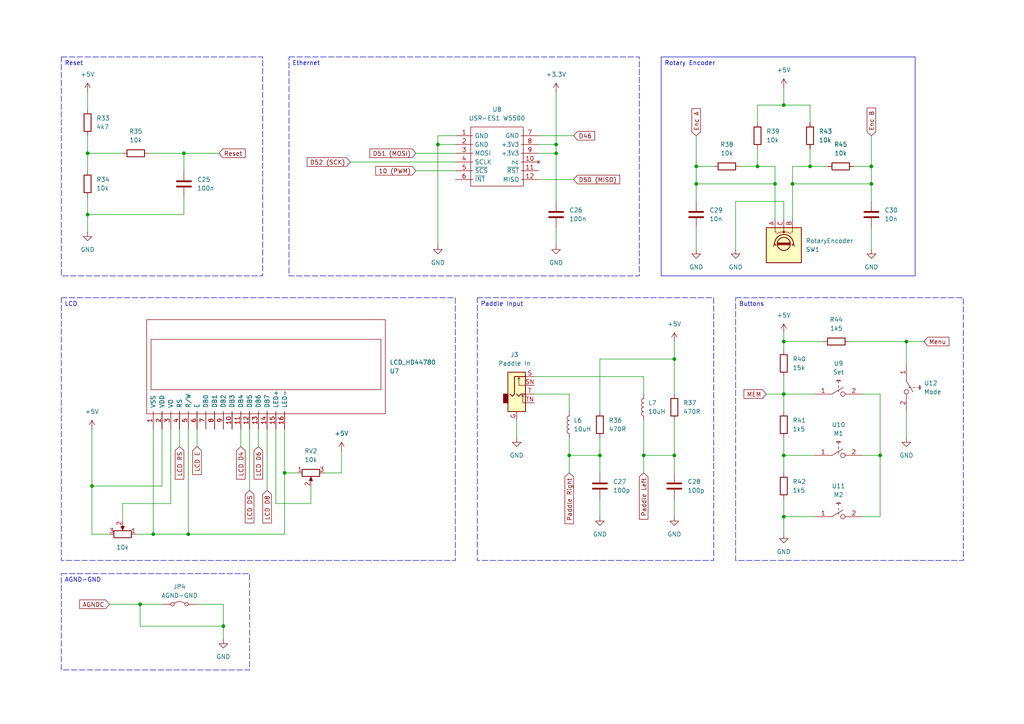
<source format=kicad_sch>
(kicad_sch (version 20231120) (generator "eeschema") (generator_version "8.0")
  (paper "A4")
  (title_block (rev "0.1"))
  (lib_symbols
    (symbol "Connector_Audio:AudioJack2_Ground_Switch"
      (property "Reference" "J" (at 0 11.43 0))
      (property "Value" "AudioJack2_Ground_Switch" (at 0 8.89 0))
      (symbol "AudioJack2_Ground_Switch_0_1"
        (rectangle (start -2.54 -2.54) (end -3.81 0) (stroke (width 0.254)) (fill (type outline)))
        (rectangle (start 2.54 6.35) (end -2.54 -5.08) (stroke (width 0.254)) (fill (type background)))
      )
      (symbol "AudioJack2_Ground_Switch_1_1"
        (polyline (pts (xy 0.635 4.826) (xy 0.889 4.318)))
        (polyline (pts (xy 1.778 -0.254) (xy 2.032 -0.762)))
        (polyline (pts (xy 0 0) (xy 0.635 -0.635) (xy 1.27 0) (xy 2.54 0)) (stroke (width 0.254)))
        (polyline (pts (xy 2.54 -2.54) (xy 1.778 -2.54) (xy 1.778 -0.254) (xy 1.524 -0.762)))
        (polyline (pts (xy 2.54 2.54) (xy 0.635 2.54) (xy 0.635 4.826) (xy 0.381 4.318)))
        (polyline (pts (xy 2.54 5.08) (xy -0.635 5.08) (xy -0.635 0) (xy -1.27 -0.635) (xy -1.905 0)) (stroke (width 0.254)))
        (pin passive line (at 0 -7.62 90) (length 2.54) (name "~") (number "G"))
        (pin passive line (at 5.08 5.08 180) (length 2.54) (name "~") (number "S"))
        (pin passive line (at 5.08 2.54 180) (length 2.54) (name "~") (number "SN"))
        (pin passive line (at 5.08 0 180) (length 2.54) (name "~") (number "T"))
        (pin passive line (at 5.08 -2.54 180) (length 2.54) (name "~") (number "TN"))
      )
    )
    (symbol "Device:C" (pin_numbers hide) (pin_names (offset 0.254))
      (property "Reference" "C" (at 0.635 2.54 0))
      (property "Value" "C" (at 0.635 -2.54 0))
      (symbol "C_0_1"
        (polyline (pts (xy -2.032 -0.762) (xy 2.032 -0.762)) (stroke (width 0.508)))
        (polyline (pts (xy -2.032 0.762) (xy 2.032 0.762)) (stroke (width 0.508)))
      )
      (symbol "C_1_1"
        (pin passive line (at 0 3.81 270) (length 2.794) (name "~") (number "1"))
        (pin passive line (at 0 -3.81 90) (length 2.794) (name "~") (number "2"))
      )
    )
    (symbol "Device:L" (pin_numbers hide) (pin_names (offset 1.016) hide)
      (property "Reference" "L" (at -1.27 0 90))
      (property "Value" "L" (at 1.905 0 90))
      (symbol "L_0_1"
        (arc (start 0 -2.54) (mid 0.6323 -1.905) (end 0 -1.27))
        (arc (start 0 -1.27) (mid 0.6323 -0.635) (end 0 0))
        (arc (start 0 0) (mid 0.6323 0.635) (end 0 1.27))
        (arc (start 0 1.27) (mid 0.6323 1.905) (end 0 2.54))
      )
      (symbol "L_1_1"
        (pin passive line (at 0 3.81 270) (length 1.27) (name "1") (number "1"))
        (pin passive line (at 0 -3.81 90) (length 1.27) (name "2") (number "2"))
      )
    )
    (symbol "Device:R" (pin_numbers hide) (pin_names (offset 0))
      (property "Reference" "R" (at 2.032 0 90))
      (property "Value" "R" (at 0 0 90))
      (symbol "R_0_1"
        (rectangle (start -1.016 -2.54) (end 1.016 2.54) (stroke (width 0.254)))
      )
      (symbol "R_1_1"
        (pin passive line (at 0 3.81 270) (length 1.27) (name "~") (number "1"))
        (pin passive line (at 0 -3.81 90) (length 1.27) (name "~") (number "2"))
      )
    )
    (symbol "Device:R_Potentiometer" (pin_names (offset 1.016) hide)
      (property "Reference" "RV" (at -4.445 0 90))
      (property "Value" "R_Potentiometer" (at -2.54 0 90))
      (symbol "R_Potentiometer_0_1"
        (polyline (pts (xy 2.54 0) (xy 1.524 0)))
        (polyline (pts (xy 1.143 0) (xy 2.286 0.508) (xy 2.286 -0.508) (xy 1.143 0)) (fill (type outline)))
        (rectangle (start 1.016 2.54) (end -1.016 -2.54) (stroke (width 0.254)))
      )
      (symbol "R_Potentiometer_1_1"
        (pin passive line (at 0 3.81 270) (length 1.27) (name "1") (number "1"))
        (pin passive line (at 3.81 0 180) (length 1.27) (name "2") (number "2"))
        (pin passive line (at 0 -3.81 90) (length 1.27) (name "3") (number "3"))
      )
    )
    (symbol "Device:RotaryEncoder" (pin_names (offset 0.254) hide)
      (property "Reference" "SW" (at 0 6.604 0))
      (property "Value" "RotaryEncoder" (at 0 -6.604 0))
      (symbol "RotaryEncoder_0_1"
        (rectangle (start -5.08 5.08) (end 5.08 -5.08) (stroke (width 0.254)) (fill (type background)))
        (circle (center -3.81 0) (radius 0.254) (fill (type outline)))
        (circle (center -0.381 0) (radius 1.905) (stroke (width 0.254)))
        (arc (start -0.381 2.667) (mid -3.0988 -0.0635) (end -0.381 -2.794) (stroke (width 0.254)))
        (polyline (pts (xy -0.635 -1.778) (xy -0.635 1.778)) (stroke (width 0.254)))
        (polyline (pts (xy -0.381 -1.778) (xy -0.381 1.778)) (stroke (width 0.254)))
        (polyline (pts (xy -0.127 1.778) (xy -0.127 -1.778)) (stroke (width 0.254)))
        (polyline (pts (xy -5.08 -2.54) (xy -3.81 -2.54) (xy -3.81 -2.032)))
        (polyline (pts (xy -5.08 2.54) (xy -3.81 2.54) (xy -3.81 2.032)))
        (polyline (pts (xy 0.254 -3.048) (xy -0.508 -2.794) (xy 0.127 -2.413)) (stroke (width 0.254)))
        (polyline (pts (xy 0.254 2.921) (xy -0.508 2.667) (xy 0.127 2.286)) (stroke (width 0.254)))
        (polyline (pts (xy -5.08 0) (xy -3.81 0) (xy -3.81 -1.016) (xy -3.302 -2.032)))
        (polyline (pts (xy -4.318 0) (xy -3.81 0) (xy -3.81 1.016) (xy -3.302 2.032)))
      )
      (symbol "RotaryEncoder_1_1"
        (pin passive line (at -7.62 2.54 0) (length 2.54) (name "A") (number "A"))
        (pin passive line (at -7.62 -2.54 0) (length 2.54) (name "B") (number "B"))
        (pin passive line (at -7.62 0 0) (length 2.54) (name "C") (number "C"))
      )
    )
    (symbol "Jumper:Jumper_2_Bridged" (pin_numbers hide) (pin_names (offset 0) hide) (exclude_from_sim yes)
      (property "Reference" "JP" (at 0 1.905 0))
      (property "Value" "Jumper_2_Bridged" (at 0 -2.54 0))
      (symbol "Jumper_2_Bridged_0_0"
        (circle (center -2.032 0) (radius 0.508))
        (circle (center 2.032 0) (radius 0.508))
      )
      (symbol "Jumper_2_Bridged_0_1"
        (arc (start 1.524 0.254) (mid 0 0.762) (end -1.524 0.254))
      )
      (symbol "Jumper_2_Bridged_1_1"
        (pin passive line (at -5.08 0 0) (length 2.54) (name "A") (number "1"))
        (pin passive line (at 5.08 0 180) (length 2.54) (name "B") (number "2"))
      )
    )
    (symbol "My_Headers:LCD_HD44780" (pin_names (offset 1.016))
      (property "Reference" "U" (at 54.61 -2.54 0))
      (property "Value" "LCD_HD44780" (at 6.35 -33.655 0))
      (symbol "LCD_HD44780_0_1"
        (rectangle (start -0.635 -11.43) (end 66.04 -26.035))
        (polyline (pts (xy -1.905 -4.445) (xy 67.31 -4.445) (xy 67.31 -31.75) (xy -1.905 -31.75) (xy -1.905 -4.445)))
      )
      (symbol "LCD_HD44780_1_1"
        (pin input line (at 0 0 270) (length 5.08) (name "VSS") (number "1"))
        (pin input line (at 22.86 0 270) (length 5.08) (name "DB3") (number "10"))
        (pin input line (at 25.4 0 270) (length 5.08) (name "DB4") (number "11"))
        (pin input line (at 27.94 0 270) (length 5.08) (name "DB5") (number "12"))
        (pin input line (at 30.48 0 270) (length 5.08) (name "DB6") (number "13"))
        (pin input line (at 33.02 0 270) (length 5.08) (name "DB7") (number "14"))
        (pin input line (at 35.56 0 270) (length 5.08) (name "LED+") (number "15"))
        (pin input line (at 38.1 0 270) (length 5.08) (name "LED-") (number "16"))
        (pin input line (at 2.54 0 270) (length 5.08) (name "VDD") (number "2"))
        (pin input line (at 5.08 0 270) (length 5.08) (name "VO") (number "3"))
        (pin input line (at 7.62 0 270) (length 5.08) (name "RS") (number "4"))
        (pin input line (at 10.16 0 270) (length 5.08) (name "R/W") (number "5"))
        (pin input line (at 12.7 0 270) (length 5.08) (name "E") (number "6"))
        (pin input line (at 15.24 0 270) (length 5.08) (name "DB0") (number "7"))
        (pin input line (at 17.78 0 270) (length 5.08) (name "DB1") (number "8"))
        (pin input line (at 20.32 0 270) (length 5.08) (name "DB2") (number "9"))
      )
    )
    (symbol "My_Parts:Switch" (pin_names hide)
      (property "Reference" "U" (at 6.985 6.35 0))
      (property "Value" "Switch" (at 7.62 -4.445 0))
      (symbol "Switch_0_1"
        (polyline (pts (xy 5.08 0) (xy 8.255 1.905)) (stroke (width 0.1524)))
        (polyline (pts (xy 6.35 3.81) (xy 7.62 3.81)) (stroke (width 0.1524)))
        (polyline (pts (xy 6.985 0.635) (xy 6.985 1.27)) (stroke (width 0.1524)))
        (polyline (pts (xy 6.985 1.905) (xy 6.985 2.54)) (stroke (width 0.1524)))
        (polyline (pts (xy 6.985 3.175) (xy 6.985 3.81)) (stroke (width 0.1524)))
        (arc (start 7.62 3.81) (mid 6.985 4.073) (end 6.35 3.81) (stroke (width 0.1524)))
        (circle (center 8.255 0) (radius 0.635) (stroke (width 0.1524)))
      )
      (symbol "Switch_1_1"
        (pin passive line (at 0 0 0) (length 5.08) (name "Com") (number "1"))
        (pin passive line (at 13.97 0 180) (length 5.08) (name "NO") (number "2"))
      )
    )
    (symbol "My_Parts:USR-ES1_W5500"
      (property "Reference" "U" (at 5.08 4.064 0))
      (property "Value" "USR-ES1 W5500" (at 12.446 -16.51 0))
      (symbol "USR-ES1_W5500_0_1"
        (polyline (pts (xy 4.445 2.54) (xy 4.445 -14.605) (xy 19.685 -14.605) (xy 19.685 2.54) (xy 4.445 2.54)))
      )
      (symbol "USR-ES1_W5500_1_1"
        (pin power_in line (at 0 0 0) (length 5.08) (name "GND") (number "1"))
        (pin no_connect line (at 24.13 -7.62 180) (length 5.08) (name "nc") (number "10"))
        (pin input line (at 24.13 -10.16 180) (length 5.08) (name "~{RST}") (number "11"))
        (pin input line (at 24.13 -12.7 180) (length 5.08) (name "MISO") (number "12"))
        (pin power_in line (at 0 -2.54 0) (length 5.08) (name "GND") (number "2"))
        (pin output line (at 0 -5.08 0) (length 5.08) (name "MOSI") (number "3"))
        (pin input line (at 0 -7.62 0) (length 5.08) (name "SCLK") (number "4"))
        (pin passive line (at 0 -10.16 0) (length 5.08) (name "~{SCS}") (number "5"))
        (pin passive line (at 0 -12.7 0) (length 5.08) (name "~{INT}") (number "6"))
        (pin power_in line (at 24.13 0 180) (length 5.08) (name "GND") (number "7"))
        (pin power_in line (at 24.13 -2.54 180) (length 5.08) (name "+3V3") (number "8"))
        (pin power_in line (at 24.13 -5.08 180) (length 5.08) (name "+3V3") (number "9"))
      )
    )
    (symbol "power:+3.3V" (power) (pin_numbers hide) (pin_names (offset 0) hide)
      (property "Value" "+3.3V" (at 0 3.556 0))
      (symbol "+3.3V_0_1"
        (polyline (pts (xy -0.762 1.27) (xy 0 2.54)))
        (polyline (pts (xy 0 0) (xy 0 2.54)))
        (polyline (pts (xy 0 2.54) (xy 0.762 1.27)))
      )
      (symbol "+3.3V_1_1"
        (pin power_in line (at 0 0 90) (length 0) (name "~") (number "1"))
      )
    )
    (symbol "power:+5V" (power) (pin_numbers hide) (pin_names (offset 0) hide)
      (property "Value" "+5V" (at 0 3.556 0))
      (symbol "+5V_0_1"
        (polyline (pts (xy -0.762 1.27) (xy 0 2.54)))
        (polyline (pts (xy 0 0) (xy 0 2.54)))
        (polyline (pts (xy 0 2.54) (xy 0.762 1.27)))
      )
      (symbol "+5V_1_1"
        (pin power_in line (at 0 0 90) (length 0) (name "~") (number "1"))
      )
    )
    (symbol "power:GND" (power) (pin_numbers hide) (pin_names (offset 0) hide)
      (property "Value" "GND" (at 0 -3.81 0))
      (symbol "GND_0_1"
        (polyline (pts (xy 0 0) (xy 0 -1.27) (xy 1.27 -1.27) (xy 0 -2.54) (xy -1.27 -1.27) (xy 0 -1.27)))
      )
      (symbol "GND_1_1"
        (pin power_in line (at 0 0 270) (length 0) (name "~") (number "1"))
      )
    )
  )
  (junction (at 195.58 132.08))
  (junction (at 227.33 114.3))
  (junction (at 165.1 132.08))
  (junction (at 227.33 30.48))
  (junction (at 229.87 53.34))
  (junction (at 173.99 132.08))
  (junction (at 227.33 149.86))
  (junction (at 219.71 48.26))
  (junction (at 262.89 99.06))
  (junction (at 227.33 99.06))
  (junction (at 25.4 62.23))
  (junction (at 26.67 140.97))
  (junction (at 161.29 41.91))
  (junction (at 82.55 137.16))
  (junction (at 25.4 44.45))
  (junction (at 186.69 132.08))
  (junction (at 252.73 53.34))
  (junction (at 234.95 48.26))
  (junction (at 252.73 48.26))
  (junction (at 201.93 48.26))
  (junction (at 255.27 132.08))
  (junction (at 64.77 181.61))
  (junction (at 54.61 154.94))
  (junction (at 40.64 175.26))
  (junction (at 195.58 104.14))
  (junction (at 44.45 154.94))
  (junction (at 127 41.91))
  (junction (at 227.33 132.08))
  (junction (at 224.79 53.34))
  (junction (at 53.34 44.45))
  (junction (at 201.93 53.34))
  (junction (at 161.29 44.45))
  (wire (pts (xy 44.45 124.46) (xy 44.45 154.94)))
  (wire (pts (xy 39.37 154.94) (xy 44.45 154.94)))
  (wire (pts (xy 31.75 175.26) (xy 40.64 175.26)))
  (wire (pts (xy 90.17 146.05) (xy 80.01 146.05)))
  (wire (pts (xy 227.33 132.08) (xy 227.33 137.16)))
  (wire (pts (xy 154.94 109.22) (xy 186.69 109.22)))
  (wire (pts (xy 262.89 99.06) (xy 267.97 99.06)))
  (wire (pts (xy 35.56 146.05) (xy 49.53 146.05)))
  (wire (pts (xy 227.33 132.08) (xy 236.22 132.08)))
  (wire (pts (xy 52.07 124.46) (xy 52.07 129.54)))
  (wire (pts (xy 82.55 124.46) (xy 82.55 137.16)))
  (wire (pts (xy 201.93 53.34) (xy 224.79 53.34)))
  (wire (pts (xy 227.33 96.52) (xy 227.33 99.06)))
  (wire (pts (xy 25.4 44.45) (xy 25.4 49.53)))
  (wire (pts (xy 156.21 39.37) (xy 166.37 39.37)))
  (wire (pts (xy 54.61 124.46) (xy 54.61 154.94)))
  (wire (pts (xy 222.25 114.3) (xy 227.33 114.3)))
  (wire (pts (xy 156.21 41.91) (xy 161.29 41.91)))
  (wire (pts (xy 195.58 121.92) (xy 195.58 132.08)))
  (wire (pts (xy 165.1 132.08) (xy 173.99 132.08)))
  (wire (pts (xy 31.75 154.94) (xy 26.67 154.94)))
  (wire (pts (xy 195.58 144.78) (xy 195.58 149.86)))
  (wire (pts (xy 201.93 53.34) (xy 201.93 58.42)))
  (wire (pts (xy 250.19 132.08) (xy 255.27 132.08)))
  (wire (pts (xy 156.21 44.45) (xy 161.29 44.45)))
  (wire (pts (xy 120.65 44.45) (xy 132.08 44.45)))
  (wire (pts (xy 173.99 132.08) (xy 173.99 137.16)))
  (wire (pts (xy 64.77 175.26) (xy 64.77 181.61)))
  (wire (pts (xy 57.15 124.46) (xy 57.15 129.54)))
  (wire (pts (xy 149.86 121.92) (xy 149.86 127)))
  (wire (pts (xy 80.01 146.05) (xy 80.01 124.46)))
  (wire (pts (xy 186.69 109.22) (xy 186.69 114.3)))
  (wire (pts (xy 25.4 44.45) (xy 35.56 44.45)))
  (wire (pts (xy 236.22 149.86) (xy 227.33 149.86)))
  (wire (pts (xy 127 41.91) (xy 132.08 41.91)))
  (wire (pts (xy 161.29 26.67) (xy 161.29 41.91)))
  (wire (pts (xy 101.6 46.99) (xy 132.08 46.99)))
  (wire (pts (xy 25.4 57.15) (xy 25.4 62.23)))
  (wire (pts (xy 26.67 140.97) (xy 46.99 140.97)))
  (wire (pts (xy 227.33 149.86) (xy 227.33 144.78)))
  (wire (pts (xy 229.87 48.26) (xy 234.95 48.26)))
  (wire (pts (xy 227.33 127) (xy 227.33 132.08)))
  (wire (pts (xy 53.34 44.45) (xy 63.5 44.45)))
  (wire (pts (xy 72.39 124.46) (xy 72.39 142.24)))
  (wire (pts (xy 156.21 52.07) (xy 166.37 52.07)))
  (wire (pts (xy 54.61 154.94) (xy 82.55 154.94)))
  (wire (pts (xy 219.71 48.26) (xy 214.63 48.26)))
  (wire (pts (xy 99.06 137.16) (xy 93.98 137.16)))
  (wire (pts (xy 213.36 58.42) (xy 213.36 72.39)))
  (wire (pts (xy 161.29 66.04) (xy 161.29 71.12)))
  (wire (pts (xy 173.99 144.78) (xy 173.99 149.86)))
  (wire (pts (xy 82.55 137.16) (xy 86.36 137.16)))
  (wire (pts (xy 77.47 124.46) (xy 77.47 142.24)))
  (wire (pts (xy 227.33 99.06) (xy 227.33 101.6)))
  (wire (pts (xy 99.06 130.81) (xy 99.06 137.16)))
  (wire (pts (xy 252.73 53.34) (xy 252.73 58.42)))
  (wire (pts (xy 227.33 30.48) (xy 234.95 30.48)))
  (wire (pts (xy 90.17 140.97) (xy 90.17 146.05)))
  (wire (pts (xy 82.55 137.16) (xy 82.55 154.94)))
  (wire (pts (xy 252.73 48.26) (xy 252.73 53.34)))
  (wire (pts (xy 173.99 104.14) (xy 195.58 104.14)))
  (wire (pts (xy 255.27 114.3) (xy 250.19 114.3)))
  (wire (pts (xy 252.73 66.04) (xy 252.73 72.39)))
  (wire (pts (xy 26.67 124.46) (xy 26.67 140.97)))
  (wire (pts (xy 173.99 127) (xy 173.99 132.08)))
  (wire (pts (xy 165.1 114.3) (xy 154.94 114.3)))
  (wire (pts (xy 201.93 66.04) (xy 201.93 72.39)))
  (wire (pts (xy 53.34 44.45) (xy 53.34 49.53)))
  (wire (pts (xy 255.27 114.3) (xy 255.27 132.08)))
  (wire (pts (xy 25.4 62.23) (xy 53.34 62.23)))
  (wire (pts (xy 229.87 63.5) (xy 229.87 53.34)))
  (wire (pts (xy 25.4 62.23) (xy 25.4 67.31)))
  (wire (pts (xy 234.95 30.48) (xy 234.95 35.56)))
  (wire (pts (xy 201.93 48.26) (xy 201.93 53.34)))
  (wire (pts (xy 219.71 43.18) (xy 219.71 48.26)))
  (wire (pts (xy 161.29 41.91) (xy 161.29 44.45)))
  (wire (pts (xy 247.65 48.26) (xy 252.73 48.26)))
  (wire (pts (xy 227.33 58.42) (xy 213.36 58.42)))
  (wire (pts (xy 46.99 140.97) (xy 46.99 124.46)))
  (wire (pts (xy 43.18 44.45) (xy 53.34 44.45)))
  (wire (pts (xy 219.71 30.48) (xy 227.33 30.48)))
  (wire (pts (xy 227.33 149.86) (xy 227.33 154.94)))
  (wire (pts (xy 165.1 119.38) (xy 165.1 114.3)))
  (wire (pts (xy 40.64 175.26) (xy 46.99 175.26)))
  (wire (pts (xy 201.93 39.37) (xy 201.93 48.26)))
  (wire (pts (xy 234.95 48.26) (xy 240.03 48.26)))
  (wire (pts (xy 25.4 26.67) (xy 25.4 31.75)))
  (wire (pts (xy 219.71 35.56) (xy 219.71 30.48)))
  (wire (pts (xy 69.85 124.46) (xy 69.85 129.54)))
  (wire (pts (xy 227.33 63.5) (xy 227.33 58.42)))
  (wire (pts (xy 165.1 127) (xy 165.1 132.08)))
  (wire (pts (xy 234.95 43.18) (xy 234.95 48.26)))
  (wire (pts (xy 229.87 53.34) (xy 229.87 48.26)))
  (wire (pts (xy 165.1 132.08) (xy 165.1 137.16)))
  (wire (pts (xy 173.99 119.38) (xy 173.99 104.14)))
  (wire (pts (xy 127 39.37) (xy 127 41.91)))
  (wire (pts (xy 195.58 99.06) (xy 195.58 104.14)))
  (wire (pts (xy 120.65 49.53) (xy 132.08 49.53)))
  (wire (pts (xy 44.45 154.94) (xy 54.61 154.94)))
  (wire (pts (xy 262.89 99.06) (xy 262.89 105.41)))
  (wire (pts (xy 74.93 124.46) (xy 74.93 129.54)))
  (wire (pts (xy 207.01 48.26) (xy 201.93 48.26)))
  (wire (pts (xy 25.4 39.37) (xy 25.4 44.45)))
  (wire (pts (xy 252.73 39.37) (xy 252.73 48.26)))
  (wire (pts (xy 224.79 63.5) (xy 224.79 53.34)))
  (wire (pts (xy 227.33 99.06) (xy 238.76 99.06)))
  (wire (pts (xy 227.33 109.22) (xy 227.33 114.3)))
  (wire (pts (xy 195.58 132.08) (xy 186.69 132.08)))
  (wire (pts (xy 229.87 53.34) (xy 252.73 53.34)))
  (wire (pts (xy 227.33 114.3) (xy 236.22 114.3)))
  (wire (pts (xy 127 41.91) (xy 127 71.12)))
  (wire (pts (xy 64.77 181.61) (xy 64.77 185.42)))
  (wire (pts (xy 186.69 132.08) (xy 186.69 137.16)))
  (wire (pts (xy 195.58 104.14) (xy 195.58 114.3)))
  (wire (pts (xy 227.33 25.4) (xy 227.33 30.48)))
  (wire (pts (xy 53.34 57.15) (xy 53.34 62.23)))
  (wire (pts (xy 161.29 44.45) (xy 161.29 58.42)))
  (wire (pts (xy 227.33 114.3) (xy 227.33 119.38)))
  (wire (pts (xy 262.89 119.38) (xy 262.89 127)))
  (wire (pts (xy 35.56 151.13) (xy 35.56 146.05)))
  (wire (pts (xy 57.15 175.26) (xy 64.77 175.26)))
  (wire (pts (xy 250.19 149.86) (xy 255.27 149.86)))
  (wire (pts (xy 195.58 132.08) (xy 195.58 137.16)))
  (wire (pts (xy 255.27 132.08) (xy 255.27 149.86)))
  (wire (pts (xy 26.67 154.94) (xy 26.67 140.97)))
  (wire (pts (xy 246.38 99.06) (xy 262.89 99.06)))
  (wire (pts (xy 224.79 48.26) (xy 219.71 48.26)))
  (wire (pts (xy 224.79 53.34) (xy 224.79 48.26)))
  (wire (pts (xy 40.64 181.61) (xy 40.64 175.26)))
  (wire (pts (xy 64.77 181.61) (xy 40.64 181.61)))
  (wire (pts (xy 132.08 39.37) (xy 127 39.37)))
  (wire (pts (xy 49.53 146.05) (xy 49.53 124.46)))
  (wire (pts (xy 186.69 121.92) (xy 186.69 132.08)))
  (text_box "Paddle Input" (at 138.43 86.36 0) (size 68.58 76.2) (stroke (width 0) (type dash)) (effects (font (size 1.27 1.27)) (justify left top)))
  (text_box "Buttons" (at 213.36 86.36 0) (size 66.04 76.2) (stroke (width 0) (type dash)) (effects (font (size 1.27 1.27)) (justify left top)))
  (text_box "AGND-GND" (at 17.78 166.37 0) (size 54.61 27.94) (stroke (width 0) (type dash)) (effects (font (size 1.27 1.27)) (justify left top)))
  (text_box "Ethernet" (at 83.82 16.51 0) (size 101.6 63.5) (stroke (width 0) (type dash)) (effects (font (size 1.27 1.27)) (justify left top)))
  (text_box "LCD" (at 17.78 86.36 0) (size 114.3 76.2) (stroke (width 0) (type dash)) (effects (font (size 1.27 1.27)) (justify left top)))
  (text_box "Reset" (at 17.78 16.51 0) (size 58.42 63.5) (stroke (width 0) (type dash)) (effects (font (size 1.27 1.27)) (justify left top)))
  (text_box "Rotary Encoder" (at 191.77 16.51 0) (size 73.66 63.5) (effects (font (size 1.27 1.27)) (justify left top)))
  (global_label "LCD D8" (shape input) (at 77.47 142.24 270) (property "Intersheetrefs" "${INTERSHEET_REFS}" (effects (hide yes))))
  (global_label "D46" (shape input) (at 166.37 39.37 0) (property "Intersheetrefs" "${INTERSHEET_REFS}" (effects (hide yes))))
  (global_label "D52 (SCK)" (shape input) (at 101.6 46.99 180) (property "Intersheetrefs" "${INTERSHEET_REFS}" (effects (hide yes))))
  (global_label "10 (PWM)" (shape input) (at 120.65 49.53 180) (property "Intersheetrefs" "${INTERSHEET_REFS}" (effects (hide yes))))
  (global_label "D51 (MOSI)" (shape input) (at 120.65 44.45 180) (property "Intersheetrefs" "${INTERSHEET_REFS}" (effects (hide yes))))
  (global_label "Enc B" (shape input) (at 252.73 39.37 90) (property "Intersheetrefs" "${INTERSHEET_REFS}" (effects (hide yes))))
  (global_label "Enc A" (shape input) (at 201.93 39.37 90) (property "Intersheetrefs" "${INTERSHEET_REFS}" (effects (hide yes))))
  (global_label "Paddle Left" (shape input) (at 186.69 137.16 270) (property "Intersheetrefs" "${INTERSHEET_REFS}" (effects (hide yes))))
  (global_label "LCD E" (shape input) (at 57.15 129.54 270) (property "Intersheetrefs" "${INTERSHEET_REFS}" (effects (hide yes))))
  (global_label "Menu" (shape input) (at 267.97 99.06 0) (property "Intersheetrefs" "${INTERSHEET_REFS}" (effects (hide yes))))
  (global_label "LCD D4" (shape input) (at 69.85 129.54 270) (property "Intersheetrefs" "${INTERSHEET_REFS}" (effects (hide yes))))
  (global_label "AGNDC" (shape input) (at 31.75 175.26 180) (property "Intersheetrefs" "${INTERSHEET_REFS}" (effects (hide yes))))
  (global_label "MEM" (shape input) (at 222.25 114.3 180) (property "Intersheetrefs" "${INTERSHEET_REFS}" (effects (hide yes))))
  (global_label "LCD RS" (shape input) (at 52.07 129.54 270) (property "Intersheetrefs" "${INTERSHEET_REFS}" (effects (hide yes))))
  (global_label "LCD D6" (shape input) (at 74.93 129.54 270) (property "Intersheetrefs" "${INTERSHEET_REFS}" (effects (hide yes))))
  (global_label "D50 (MISO)" (shape input) (at 166.37 52.07 0) (property "Intersheetrefs" "${INTERSHEET_REFS}" (effects (hide yes))))
  (global_label "Paddle Right" (shape input) (at 165.1 137.16 270) (property "Intersheetrefs" "${INTERSHEET_REFS}" (effects (hide yes))))
  (global_label "LCD D5" (shape input) (at 72.39 142.24 270) (property "Intersheetrefs" "${INTERSHEET_REFS}" (effects (hide yes))))
  (global_label "Reset" (shape input) (at 63.5 44.45 0) (property "Intersheetrefs" "${INTERSHEET_REFS}" (effects (hide yes))))
  (symbol (lib_id "Device:R_Potentiometer") (at 35.56 154.94 270) (mirror x) (unit 1)
    (property "Reference" "RV1" (effects (hide yes)))
    (property "Value" "10k" (at 35.56 158.75 90))
    (property "Footprint" "MyFootprints:3-pin JST Potentiometer" (effects (hide yes)))
    (property "Description" "Potentiometer" (effects (hide yes)))
  )
  (symbol (lib_id "power:+5V") (at 25.4 26.67 0) (unit 1)
    (property "Reference" "#PWR26" (effects (hide yes)))
    (property "Value" "+5V" (at 25.4 21.59 0))
    (property "Description" "Power symbol creates a global label with name \"+5V\"" (effects (hide yes)))
  )
  (symbol (lib_id "power:GND") (at 173.99 149.86 0) (unit 1)
    (property "Reference" "#PWR35" (effects (hide yes)))
    (property "Value" "GND" (at 173.99 154.94 0))
    (property "Description" "Power symbol creates a global label with name \"GND\" , ground" (effects (hide yes)))
  )
  (symbol (lib_id "power:+5V") (at 99.06 130.81 0) (unit 1)
    (property "Reference" "#PWR30" (effects (hide yes)))
    (property "Value" "+5V" (at 99.06 125.73 0))
    (property "Description" "Power symbol creates a global label with name \"+5V\"" (effects (hide yes)))
  )
  (symbol (lib_id "power:+5V") (at 26.67 124.46 0) (unit 1)
    (property "Reference" "#PWR28" (effects (hide yes)))
    (property "Value" "+5V" (at 26.67 119.38 0))
    (property "Description" "Power symbol creates a global label with name \"+5V\"" (effects (hide yes)))
  )
  (symbol (lib_id "power:+5V") (at 227.33 25.4 0) (unit 1)
    (property "Reference" "#PWR40" (effects (hide yes)))
    (property "Value" "+5V" (at 227.33 20.32 0))
    (property "Description" "Power symbol creates a global label with name \"+5V\"" (effects (hide yes)))
  )
  (symbol (lib_id "Device:R") (at 227.33 140.97 0) (unit 1)
    (property "Reference" "R42" (at 229.87 139.6999 0) (effects (justify left)))
    (property "Value" "1k5" (at 229.87 142.2399 0) (effects (justify left)))
    (property "Footprint" "Resistor_SMD:R_1206_3216Metric_Pad1.30x1.75mm_HandSolder" (effects (hide yes)))
    (property "Description" "Resistor" (effects (hide yes)))
  )
  (symbol (lib_id "Device:R") (at 243.84 48.26 90) (unit 1)
    (property "Reference" "R45" (at 243.84 41.91 90))
    (property "Value" "10k" (at 243.84 44.45 90))
    (property "Footprint" "Resistor_SMD:R_1206_3216Metric_Pad1.30x1.75mm_HandSolder" (effects (hide yes)))
    (property "Description" "Resistor" (effects (hide yes)))
  )
  (symbol (lib_id "power:+5V") (at 195.58 99.06 0) (unit 1)
    (property "Reference" "#PWR36" (effects (hide yes)))
    (property "Value" "+5V" (at 195.58 93.98 0))
    (property "Description" "Power symbol creates a global label with name \"+5V\"" (effects (hide yes)))
  )
  (symbol (lib_id "Device:R") (at 195.58 118.11 0) (unit 1)
    (property "Reference" "R37" (at 198.12 116.8399 0) (effects (justify left)))
    (property "Value" "470R" (at 198.12 119.3799 0) (effects (justify left)))
    (property "Footprint" "Resistor_SMD:R_1206_3216Metric_Pad1.30x1.75mm_HandSolder" (effects (hide yes)))
    (property "Description" "Resistor" (effects (hide yes)))
  )
  (symbol (lib_id "Jumper:Jumper_2_Bridged") (at 52.07 175.26 0) (unit 1) (exclude_from_sim yes)
    (property "Reference" "JP4" (at 52.07 170.18 0))
    (property "Value" "AGND-GND" (at 52.07 172.72 0))
    (property "Footprint" "Connector_PinHeader_2.54mm:PinHeader_1x02_P2.54mm_Vertical" (effects (hide yes)))
    (property "Description" "Jumper, 2-pole, closed/bridged" (effects (hide yes)))
  )
  (symbol (lib_id "Device:R") (at 39.37 44.45 90) (unit 1)
    (property "Reference" "R35" (at 39.37 38.1 90))
    (property "Value" "10k" (at 39.37 40.64 90))
    (property "Footprint" "Resistor_SMD:R_1206_3216Metric_Pad1.30x1.75mm_HandSolder" (effects (hide yes)))
    (property "Description" "Resistor" (effects (hide yes)))
  )
  (symbol (lib_id "Device:C") (at 195.58 140.97 0) (unit 1)
    (property "Reference" "C28" (at 199.39 139.6999 0) (effects (justify left)))
    (property "Value" "100p" (at 199.39 142.2399 0) (effects (justify left)))
    (property "Footprint" "Capacitor_SMD:C_1206_3216Metric_Pad1.33x1.80mm_HandSolder" (effects (hide yes)))
    (property "Description" "Unpolarized capacitor" (effects (hide yes)))
  )
  (symbol (lib_id "power:GND") (at 195.58 149.86 0) (unit 1)
    (property "Reference" "#PWR37" (effects (hide yes)))
    (property "Value" "GND" (at 195.58 154.94 0))
    (property "Description" "Power symbol creates a global label with name \"GND\" , ground" (effects (hide yes)))
  )
  (symbol (lib_id "My_Headers:LCD_HD44780") (at 44.45 124.46 0) (mirror x) (unit 1)
    (property "Reference" "U7" (at 113.03 107.6326 0) (effects (justify left)))
    (property "Value" "LCD_HD44780" (at 113.03 105.0926 0) (effects (justify left)))
    (property "Footprint" "MyFootprints:2 x 6-pin JST LCD HD44780 Stacked" (effects (hide yes)))
  )
  (symbol (lib_id "Device:R") (at 219.71 39.37 0) (unit 1)
    (property "Reference" "R39" (at 222.25 38.0999 0) (effects (justify left)))
    (property "Value" "10k" (at 222.25 40.6399 0) (effects (justify left)))
    (property "Footprint" "Resistor_SMD:R_1206_3216Metric_Pad1.30x1.75mm_HandSolder" (effects (hide yes)))
    (property "Description" "Resistor" (effects (hide yes)))
  )
  (symbol (lib_id "My_Parts:Switch") (at 236.22 149.86 0) (unit 1)
    (property "Reference" "U11" (at 243.205 140.97 0))
    (property "Value" "M2" (at 243.205 143.51 0))
    (property "Footprint" "MyFootprints:2-pin JST Switch" (effects (hide yes)))
  )
  (symbol (lib_id "Device:R_Potentiometer") (at 90.17 137.16 90) (mirror x) (unit 1)
    (property "Reference" "RV2" (at 90.17 130.81 90))
    (property "Value" "10k" (at 90.17 133.35 90))
    (property "Footprint" "MyFootprints:3-pin JST Potentiometer" (effects (hide yes)))
    (property "Description" "Potentiometer" (effects (hide yes)))
  )
  (symbol (lib_id "Device:R") (at 25.4 53.34 0) (unit 1)
    (property "Reference" "R34" (at 27.94 52.0699 0) (effects (justify left)))
    (property "Value" "10k" (at 27.94 54.6099 0) (effects (justify left)))
    (property "Footprint" "Resistor_SMD:R_1206_3216Metric_Pad1.30x1.75mm_HandSolder" (effects (hide yes)))
    (property "Description" "Resistor" (effects (hide yes)))
  )
  (symbol (lib_id "Device:L") (at 186.69 118.11 180) (unit 1)
    (property "Reference" "L7" (at 187.96 116.8399 0) (effects (justify right)))
    (property "Value" "10uH" (at 187.96 119.3799 0) (effects (justify right)))
    (property "Footprint" "Inductor_SMD:L_1206_3216Metric_Pad1.22x1.90mm_HandSolder" (effects (hide yes)))
    (property "Description" "Inductor" (effects (hide yes)))
  )
  (symbol (lib_id "Device:C") (at 173.99 140.97 0) (unit 1)
    (property "Reference" "C27" (at 177.8 139.6999 0) (effects (justify left)))
    (property "Value" "100p" (at 177.8 142.2399 0) (effects (justify left)))
    (property "Footprint" "Capacitor_SMD:C_1206_3216Metric_Pad1.33x1.80mm_HandSolder" (effects (hide yes)))
    (property "Description" "Unpolarized capacitor" (effects (hide yes)))
  )
  (symbol (lib_id "Device:C") (at 201.93 62.23 0) (unit 1)
    (property "Reference" "C29" (at 205.74 60.9599 0) (effects (justify left)))
    (property "Value" "10n" (at 205.74 63.4999 0) (effects (justify left)))
    (property "Footprint" "Capacitor_SMD:C_1206_3216Metric_Pad1.33x1.80mm_HandSolder" (effects (hide yes)))
    (property "Description" "Unpolarized capacitor" (effects (hide yes)))
  )
  (symbol (lib_id "power:GND") (at 149.86 127 0) (unit 1)
    (property "Reference" "#PWR32" (effects (hide yes)))
    (property "Value" "GND" (at 149.86 132.08 0))
    (property "Description" "Power symbol creates a global label with name \"GND\" , ground" (effects (hide yes)))
  )
  (symbol (lib_id "Device:C") (at 53.34 53.34 0) (unit 1)
    (property "Reference" "C25" (at 57.15 52.0699 0) (effects (justify left)))
    (property "Value" "100n" (at 57.15 54.6099 0) (effects (justify left)))
    (property "Footprint" "Capacitor_SMD:C_1206_3216Metric_Pad1.33x1.80mm_HandSolder" (effects (hide yes)))
    (property "Description" "Unpolarized capacitor" (effects (hide yes)))
  )
  (symbol (lib_id "Device:RotaryEncoder") (at 227.33 71.12 90) (mirror x) (unit 1)
    (property "Reference" "SW1" (at 233.68 72.3901 90) (effects (justify right)))
    (property "Value" "RotaryEncoder" (at 233.68 69.8501 90) (effects (justify right)))
    (property "Footprint" "MyFootprints:3-pin JST Rotary Encoder" (effects (hide yes)))
    (property "Description" "Rotary encoder, dual channel, incremental quadrate outputs" (effects (hide yes)))
  )
  (symbol (lib_id "power:GND") (at 127 71.12 0) (unit 1)
    (property "Reference" "#PWR31" (effects (hide yes)))
    (property "Value" "GND" (at 127 76.2 0))
    (property "Description" "Power symbol creates a global label with name \"GND\" , ground" (effects (hide yes)))
  )
  (symbol (lib_id "Device:R") (at 242.57 99.06 90) (unit 1)
    (property "Reference" "R44" (at 242.57 92.71 90))
    (property "Value" "1k5" (at 242.57 95.25 90))
    (property "Footprint" "Resistor_SMD:R_1206_3216Metric_Pad1.30x1.75mm_HandSolder" (effects (hide yes)))
    (property "Description" "Resistor" (effects (hide yes)))
  )
  (symbol (lib_id "Device:R") (at 210.82 48.26 90) (unit 1)
    (property "Reference" "R38" (at 210.82 41.91 90))
    (property "Value" "10k" (at 210.82 44.45 90))
    (property "Footprint" "Resistor_SMD:R_1206_3216Metric_Pad1.30x1.75mm_HandSolder" (effects (hide yes)))
    (property "Description" "Resistor" (effects (hide yes)))
  )
  (symbol (lib_id "Device:R") (at 234.95 39.37 0) (unit 1)
    (property "Reference" "R43" (at 237.49 38.0999 0) (effects (justify left)))
    (property "Value" "10k" (at 237.49 40.6399 0) (effects (justify left)))
    (property "Footprint" "Resistor_SMD:R_1206_3216Metric_Pad1.30x1.75mm_HandSolder" (effects (hide yes)))
    (property "Description" "Resistor" (effects (hide yes)))
  )
  (symbol (lib_id "Device:R") (at 227.33 105.41 180) (unit 1)
    (property "Reference" "R40" (at 229.87 104.1399 0) (effects (justify right)))
    (property "Value" "15k" (at 229.87 106.6799 0) (effects (justify right)))
    (property "Footprint" "Resistor_SMD:R_1206_3216Metric_Pad1.30x1.75mm_HandSolder" (effects (hide yes)))
    (property "Description" "Resistor" (effects (hide yes)))
  )
  (symbol (lib_id "power:GND") (at 25.4 67.31 0) (unit 1)
    (property "Reference" "#PWR27" (effects (hide yes)))
    (property "Value" "GND" (at 25.4 72.39 0))
    (property "Description" "Power symbol creates a global label with name \"GND\" , ground" (effects (hide yes)))
  )
  (symbol (lib_id "My_Parts:Switch") (at 262.89 105.41 270) (unit 1)
    (property "Reference" "U12" (at 267.97 111.1249 90) (effects (justify left)))
    (property "Value" "Mode" (at 267.97 113.6649 90) (effects (justify left)))
    (property "Footprint" "MyFootprints:2-pin JST Switch" (effects (hide yes)))
  )
  (symbol (lib_id "power:GND") (at 262.89 127 0) (unit 1)
    (property "Reference" "#PWR44" (effects (hide yes)))
    (property "Value" "GND" (at 262.89 132.08 0))
    (property "Description" "Power symbol creates a global label with name \"GND\" , ground" (effects (hide yes)))
  )
  (symbol (lib_id "power:GND") (at 252.73 72.39 0) (unit 1)
    (property "Reference" "#PWR43" (effects (hide yes)))
    (property "Value" "GND" (at 252.73 77.47 0))
    (property "Description" "Power symbol creates a global label with name \"GND\" , ground" (effects (hide yes)))
  )
  (symbol (lib_id "power:GND") (at 64.77 185.42 0) (unit 1)
    (property "Reference" "#PWR29" (effects (hide yes)))
    (property "Value" "GND" (at 64.77 190.5 0))
    (property "Description" "Power symbol creates a global label with name \"GND\" , ground" (effects (hide yes)))
  )
  (symbol (lib_id "Device:R") (at 227.33 123.19 0) (unit 1)
    (property "Reference" "R41" (at 229.87 121.9199 0) (effects (justify left)))
    (property "Value" "1k5" (at 229.87 124.4599 0) (effects (justify left)))
    (property "Footprint" "Resistor_SMD:R_1206_3216Metric_Pad1.30x1.75mm_HandSolder" (effects (hide yes)))
    (property "Description" "Resistor" (effects (hide yes)))
  )
  (symbol (lib_id "power:GND") (at 213.36 72.39 0) (unit 1)
    (property "Reference" "#PWR39" (effects (hide yes)))
    (property "Value" "GND" (at 213.36 77.47 0))
    (property "Description" "Power symbol creates a global label with name \"GND\" , ground" (effects (hide yes)))
  )
  (symbol (lib_id "power:+3.3V") (at 161.29 26.67 0) (unit 1)
    (property "Reference" "#PWR33" (effects (hide yes)))
    (property "Value" "+3.3V" (at 161.29 21.59 0))
    (property "Description" "Power symbol creates a global label with name \"+3.3V\"" (effects (hide yes)))
  )
  (symbol (lib_id "Device:R") (at 25.4 35.56 0) (unit 1)
    (property "Reference" "R33" (at 27.94 34.2899 0) (effects (justify left)))
    (property "Value" "4k7" (at 27.94 36.8299 0) (effects (justify left)))
    (property "Footprint" "Resistor_SMD:R_1206_3216Metric_Pad1.30x1.75mm_HandSolder" (effects (hide yes)))
    (property "Description" "Resistor" (effects (hide yes)))
  )
  (symbol (lib_id "My_Parts:USR-ES1_W5500") (at 132.08 39.37 0) (unit 1)
    (property "Reference" "U8" (at 144.145 31.75 0))
    (property "Value" "USR-ES1 W5500" (at 144.145 34.29 0))
    (property "Footprint" "MyFootprints:USR-ES1 W5500" (effects (hide yes)))
    (property "Datasheet" "https://www.pusr.com/download/ES1/USR-ES1-EN-V1.0.pdf" (effects (hide yes)))
  )
  (symbol (lib_id "Connector_Audio:AudioJack2_Ground_Switch") (at 149.86 114.3 0) (unit 1)
    (property "Reference" "J3" (at 149.225 102.87 0))
    (property "Value" "Paddle In" (at 149.225 105.41 0))
    (property "Footprint" "MyFootprints:3,5mm Jack Panel Socket 3-pole Switch large" (effects (hide yes)))
    (property "Description" "Audio Jack, 2 Poles (Mono / TS), Grounded Sleeve, Switched Pole (Normalling)" (effects (hide yes)))
  )
  (symbol (lib_id "Device:C") (at 161.29 62.23 0) (unit 1)
    (property "Reference" "C26" (at 165.1 60.9599 0) (effects (justify left)))
    (property "Value" "100n" (at 165.1 63.4999 0) (effects (justify left)))
    (property "Footprint" "Capacitor_SMD:C_1206_3216Metric_Pad1.33x1.80mm_HandSolder" (effects (hide yes)))
    (property "Description" "Unpolarized capacitor" (effects (hide yes)))
  )
  (symbol (lib_id "power:GND") (at 161.29 71.12 0) (unit 1)
    (property "Reference" "#PWR34" (effects (hide yes)))
    (property "Value" "GND" (at 161.29 76.2 0))
    (property "Description" "Power symbol creates a global label with name \"GND\" , ground" (effects (hide yes)))
  )
  (symbol (lib_id "Device:L") (at 165.1 123.19 180) (unit 1)
    (property "Reference" "L6" (at 166.37 121.9199 0) (effects (justify right)))
    (property "Value" "10uH" (at 166.37 124.4599 0) (effects (justify right)))
    (property "Footprint" "Inductor_SMD:L_1206_3216Metric_Pad1.22x1.90mm_HandSolder" (effects (hide yes)))
    (property "Description" "Inductor" (effects (hide yes)))
  )
  (symbol (lib_id "My_Parts:Switch") (at 236.22 132.08 0) (unit 1)
    (property "Reference" "U10" (at 243.205 123.19 0))
    (property "Value" "M1" (at 243.205 125.73 0))
    (property "Footprint" "MyFootprints:2-pin JST Switch" (effects (hide yes)))
  )
  (symbol (lib_id "Device:R") (at 173.99 123.19 0) (unit 1)
    (property "Reference" "R36" (at 176.53 121.9199 0) (effects (justify left)))
    (property "Value" "470R" (at 176.53 124.4599 0) (effects (justify left)))
    (property "Footprint" "Resistor_SMD:R_1206_3216Metric_Pad1.30x1.75mm_HandSolder" (effects (hide yes)))
    (property "Description" "Resistor" (effects (hide yes)))
  )
  (symbol (lib_id "My_Parts:Switch") (at 236.22 114.3 0) (unit 1)
    (property "Reference" "U9" (at 243.205 105.41 0))
    (property "Value" "Set" (at 243.205 107.95 0))
    (property "Footprint" "MyFootprints:2-pin JST Switch" (effects (hide yes)))
  )
  (symbol (lib_id "power:GND") (at 201.93 72.39 0) (unit 1)
    (property "Reference" "#PWR38" (effects (hide yes)))
    (property "Value" "GND" (at 201.93 77.47 0))
    (property "Description" "Power symbol creates a global label with name \"GND\" , ground" (effects (hide yes)))
  )
  (symbol (lib_id "Device:C") (at 252.73 62.23 0) (unit 1)
    (property "Reference" "C30" (at 256.54 60.9599 0) (effects (justify left)))
    (property "Value" "10n" (at 256.54 63.4999 0) (effects (justify left)))
    (property "Footprint" "Capacitor_SMD:C_1206_3216Metric_Pad1.33x1.80mm_HandSolder" (effects (hide yes)))
    (property "Description" "Unpolarized capacitor" (effects (hide yes)))
  )
  (symbol (lib_id "power:GND") (at 227.33 154.94 0) (unit 1)
    (property "Reference" "#PWR42" (effects (hide yes)))
    (property "Value" "GND" (at 227.33 160.02 0))
    (property "Description" "Power symbol creates a global label with name \"GND\" , ground" (effects (hide yes)))
  )
  (symbol (lib_id "power:+5V") (at 227.33 96.52 0) (unit 1)
    (property "Reference" "#PWR41" (effects (hide yes)))
    (property "Value" "+5V" (at 227.33 91.44 0))
    (property "Description" "Power symbol creates a global label with name \"+5V\"" (effects (hide yes)))
  )
)
</source>
